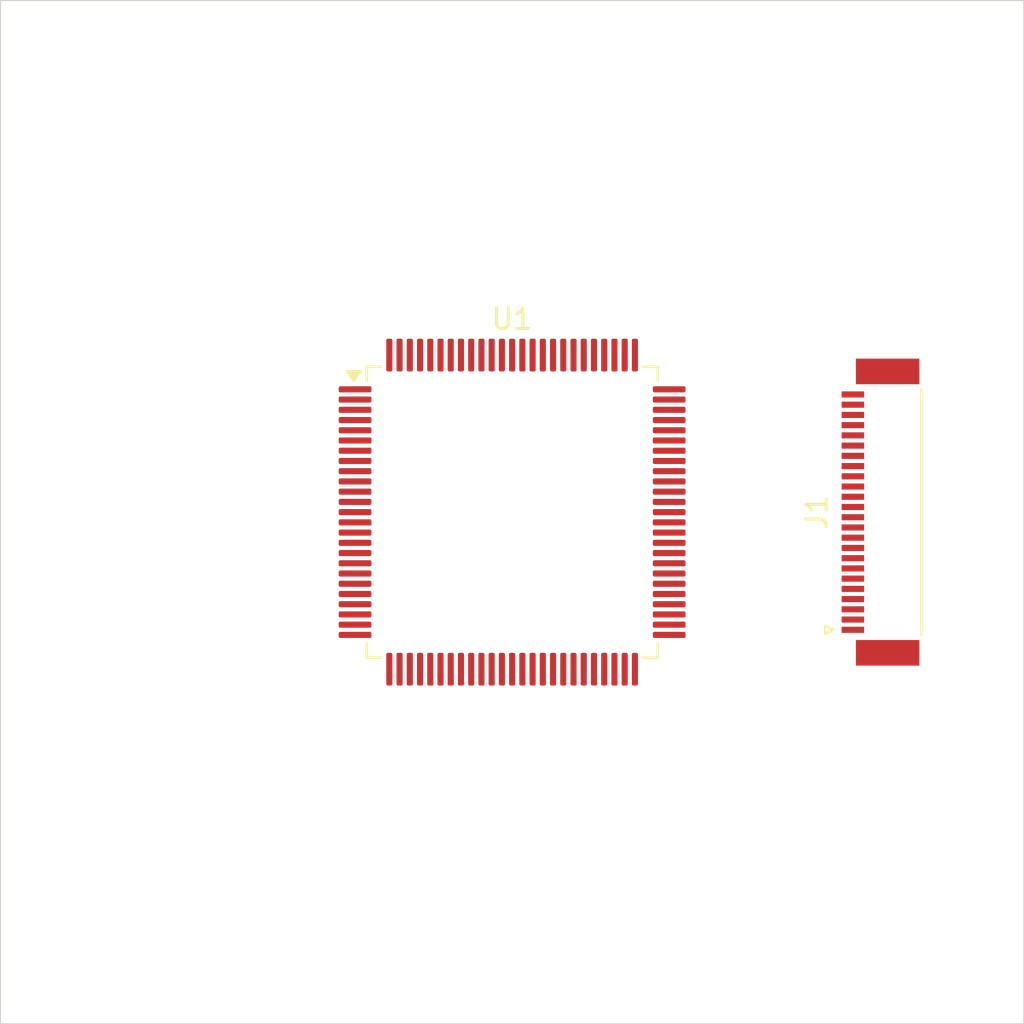
<source format=kicad_pcb>
(kicad_pcb (version 20241229) (generator "pcbnew") (generator_version "9.0")
  (layers (0 "F.Cu" signal) (4 "In1.Cu" power) (6 "In2.Cu" power) (2 "B.Cu" signal) (13 "F.Paste" user) (15 "B.Paste" user) (5 "F.SilkS" user "F.Silkscreen") (7 "B.SilkS" user "B.Silkscreen") (1 "F.Mask" user) (3 "B.Mask" user) (25 "Edge.Cuts" user))
  (net 0 "")
  (net 14 "+3.3V")
  (net 24 "GND")
  (net 91 "RESET")
  (net 92 "PCLK")
  (net 93 "HREF")
  (net 94 "VSYNC")
  (net 95 "GNDA")
  (net 96 "Y2")
  (net 97 "PWDN")
  (net 98 "SDA")
  (net 99 "Y8")
  (net 101 "SCL")
  (net 103 "MCLK")
  (net 104 "Y9")
  (net 106 "Y4")
  (net 107 "Y3")
  (net 108 "Y6")
  (net 109 "+1V5")
  (net 110 "Y5")
  (net 111 "VDDA")
  (net 112 "Y7")
  (footprint "pcb:Flat Flexible Cable 24-Pin 0.5mm Connector" (layer "F.Cu") (at 168 100 90)
    (property "Reference" "J1" (at 0 -3.11 90) (layer "F.SilkS"))
    (property "Value" "OV5640 Ribbon Connector" (hide yes))
    (fp_line (start -5.55 -2.7) (end -5.95 -2.7) (stroke (width 0.12)) (layer "F.SilkS"))
    (fp_line (start -5.95 -2.7) (end -5.75 -2.3) (stroke (width 0.12)) (layer "F.SilkS"))
    (fp_line (start -5.75 -2.3) (end -5.55 -2.7) (stroke (width 0.12)) (layer "F.SilkS"))
    (fp_line (start -6 2) (end 6 2) (stroke (width 0.12)) (layer "F.SilkS"))
    (pad "" smd rect (at -6.875 0.35 90) (size 1.25 3.1) (layers "F.Cu" "F.Mask" "F.Paste"))
    (pad "" smd rect (at 6.875 0.35 90) (size 1.25 3.1) (layers "F.Cu" "F.Mask" "F.Paste"))
    (pad "1" smd rect (at -5.75 -1.35 90) (size 0.3 1.1) (layers "F.Cu" "F.Mask" "F.Paste"))
    (pad "2" smd rect (at -5.25 -1.35 90) (size 0.3 1.1) (layers "F.Cu" "F.Mask" "F.Paste") (net 95 "GNDA"))
    (pad "3" smd rect (at -4.75 -1.35 90) (size 0.3 1.1) (layers "F.Cu" "F.Mask" "F.Paste") (net 98 "SDA"))
    (pad "4" smd rect (at -4.25 -1.35 90) (size 0.3 1.1) (layers "F.Cu" "F.Mask" "F.Paste") (net 111 "VDDA"))
    (pad "5" smd rect (at -3.75 -1.35 90) (size 0.3 1.1) (layers "F.Cu" "F.Mask" "F.Paste") (net 101 "SCL"))
    (pad "6" smd rect (at -3.25 -1.35 90) (size 0.3 1.1) (layers "F.Cu" "F.Mask" "F.Paste") (net 91 "RESET"))
    (pad "7" smd rect (at -2.75 -1.35 90) (size 0.3 1.1) (layers "F.Cu" "F.Mask" "F.Paste") (net 94 "VSYNC"))
    (pad "8" smd rect (at -2.25 -1.35 90) (size 0.3 1.1) (layers "F.Cu" "F.Mask" "F.Paste") (net 97 "PWDN"))
    (pad "9" smd rect (at -1.75 -1.35 90) (size 0.3 1.1) (layers "F.Cu" "F.Mask" "F.Paste") (net 93 "HREF"))
    (pad "10" smd rect (at -1.25 -1.35 90) (size 0.3 1.1) (layers "F.Cu" "F.Mask" "F.Paste") (net 109 "+1V5"))
    (pad "11" smd rect (at -0.75 -1.35 90) (size 0.3 1.1) (layers "F.Cu" "F.Mask" "F.Paste") (net 14 "+3.3V"))
    (pad "12" smd rect (at -0.25 -1.35 90) (size 0.3 1.1) (layers "F.Cu" "F.Mask" "F.Paste") (net 104 "Y9"))
    (pad "13" smd rect (at 0.25 -1.35 90) (size 0.3 1.1) (layers "F.Cu" "F.Mask" "F.Paste") (net 103 "MCLK"))
    (pad "14" smd rect (at 0.75 -1.35 90) (size 0.3 1.1) (layers "F.Cu" "F.Mask" "F.Paste") (net 99 "Y8"))
    (pad "15" smd rect (at 1.25 -1.35 90) (size 0.3 1.1) (layers "F.Cu" "F.Mask" "F.Paste") (net 24 "GND"))
    (pad "16" smd rect (at 1.75 -1.35 90) (size 0.3 1.1) (layers "F.Cu" "F.Mask" "F.Paste") (net 112 "Y7"))
    (pad "17" smd rect (at 2.25 -1.35 90) (size 0.3 1.1) (layers "F.Cu" "F.Mask" "F.Paste") (net 92 "PCLK"))
    (pad "18" smd rect (at 2.75 -1.35 90) (size 0.3 1.1) (layers "F.Cu" "F.Mask" "F.Paste") (net 108 "Y6"))
    (pad "19" smd rect (at 3.25 -1.35 90) (size 0.3 1.1) (layers "F.Cu" "F.Mask" "F.Paste") (net 96 "Y2"))
    (pad "20" smd rect (at 3.75 -1.35 90) (size 0.3 1.1) (layers "F.Cu" "F.Mask" "F.Paste") (net 110 "Y5"))
    (pad "21" smd rect (at 4.25 -1.35 90) (size 0.3 1.1) (layers "F.Cu" "F.Mask" "F.Paste") (net 107 "Y3"))
    (pad "22" smd rect (at 4.75 -1.35 90) (size 0.3 1.1) (layers "F.Cu" "F.Mask" "F.Paste") (net 106 "Y4"))
    (pad "23" smd rect (at 5.25 -1.35 90) (size 0.3 1.1) (layers "F.Cu" "F.Mask" "F.Paste"))
    (pad "24" smd rect (at 5.75 -1.35 90) (size 0.3 1.1) (layers "F.Cu" "F.Mask" "F.Paste"))
  )
  (footprint "Package_QFP:LQFP-100_14x14mm_P0.5mm" (layer "F.Cu") (at 150 100)
    (property "Reference" "U1" (at 0 -9.43 0) (layer "F.SilkS"))
    (property "Value" "STM32H533VET6")
    (fp_line (start -7.11 -7.11) (end -7.11 -6.41) (stroke (width 0.12)) (layer "F.SilkS"))
    (fp_line (start -7.11 7.11) (end -7.11 6.41) (stroke (width 0.12)) (layer "F.SilkS"))
    (fp_line (start -6.41 -7.11) (end -7.11 -7.11) (stroke (width 0.12)) (layer "F.SilkS"))
    (fp_line (start -6.41 7.11) (end -7.11 7.11) (stroke (width 0.12)) (layer "F.SilkS"))
    (fp_line (start 6.41 -7.11) (end 7.11 -7.11) (stroke (width 0.12)) (layer "F.SilkS"))
    (fp_line (start 6.41 7.11) (end 7.11 7.11) (stroke (width 0.12)) (layer "F.SilkS"))
    (fp_line (start 7.11 -7.11) (end 7.11 -6.41) (stroke (width 0.12)) (layer "F.SilkS"))
    (fp_line (start 7.11 7.11) (end 7.11 6.41) (stroke (width 0.12)) (layer "F.SilkS"))
    (fp_poly (pts (xy -7.7375 -6.41) (xy -8.0775 -6.88) (xy -7.3975 -6.88)) (stroke (width 0.12)) (fill yes) (layer "F.SilkS"))
    (pad "1" smd roundrect (at -7.675 -6) (size 1.6 0.3) (layers "F.Cu" "F.Mask" "F.Paste"))
    (pad "2" smd roundrect (at -7.675 -5.5) (size 1.6 0.3) (layers "F.Cu" "F.Mask" "F.Paste"))
    (pad "3" smd roundrect (at -7.675 -5) (size 1.6 0.3) (layers "F.Cu" "F.Mask" "F.Paste"))
    (pad "4" smd roundrect (at -7.675 -4.5) (size 1.6 0.3) (layers "F.Cu" "F.Mask" "F.Paste"))
    (pad "5" smd roundrect (at -7.675 -4) (size 1.6 0.3) (layers "F.Cu" "F.Mask" "F.Paste"))
    (pad "6" smd roundrect (at -7.675 -3.5) (size 1.6 0.3) (layers "F.Cu" "F.Mask" "F.Paste"))
    (pad "7" smd roundrect (at -7.675 -3) (size 1.6 0.3) (layers "F.Cu" "F.Mask" "F.Paste"))
    (pad "8" smd roundrect (at -7.675 -2.5) (size 1.6 0.3) (layers "F.Cu" "F.Mask" "F.Paste"))
    (pad "9" smd roundrect (at -7.675 -2) (size 1.6 0.3) (layers "F.Cu" "F.Mask" "F.Paste"))
    (pad "10" smd roundrect (at -7.675 -1.5) (size 1.6 0.3) (layers "F.Cu" "F.Mask" "F.Paste") (net 24 "GND"))
    (pad "11" smd roundrect (at -7.675 -1) (size 1.6 0.3) (layers "F.Cu" "F.Mask" "F.Paste") (net 14 "+3.3V"))
    (pad "12" smd roundrect (at -7.675 -0.5) (size 1.6 0.3) (layers "F.Cu" "F.Mask" "F.Paste"))
    (pad "13" smd roundrect (at -7.675 0) (size 1.6 0.3) (layers "F.Cu" "F.Mask" "F.Paste"))
    (pad "14" smd roundrect (at -7.675 0.5) (size 1.6 0.3) (layers "F.Cu" "F.Mask" "F.Paste"))
    (pad "15" smd roundrect (at -7.675 1) (size 1.6 0.3) (layers "F.Cu" "F.Mask" "F.Paste"))
    (pad "16" smd roundrect (at -7.675 1.5) (size 1.6 0.3) (layers "F.Cu" "F.Mask" "F.Paste"))
    (pad "17" smd roundrect (at -7.675 2) (size 1.6 0.3) (layers "F.Cu" "F.Mask" "F.Paste"))
    (pad "18" smd roundrect (at -7.675 2.5) (size 1.6 0.3) (layers "F.Cu" "F.Mask" "F.Paste"))
    (pad "19" smd roundrect (at -7.675 3) (size 1.6 0.3) (layers "F.Cu" "F.Mask" "F.Paste") (net 24 "GND"))
    (pad "20" smd roundrect (at -7.675 3.5) (size 1.6 0.3) (layers "F.Cu" "F.Mask" "F.Paste"))
    (pad "21" smd roundrect (at -7.675 4) (size 1.6 0.3) (layers "F.Cu" "F.Mask" "F.Paste"))
    (pad "22" smd roundrect (at -7.675 4.5) (size 1.6 0.3) (layers "F.Cu" "F.Mask" "F.Paste") (net 14 "+3.3V"))
    (pad "23" smd roundrect (at -7.675 5) (size 1.6 0.3) (layers "F.Cu" "F.Mask" "F.Paste"))
    (pad "24" smd roundrect (at -7.675 5.5) (size 1.6 0.3) (layers "F.Cu" "F.Mask" "F.Paste"))
    (pad "25" smd roundrect (at -7.675 6) (size 1.6 0.3) (layers "F.Cu" "F.Mask" "F.Paste"))
    (pad "26" smd roundrect (at -6 7.675) (size 0.3 1.6) (layers "F.Cu" "F.Mask" "F.Paste"))
    (pad "27" smd roundrect (at -5.5 7.675) (size 0.3 1.6) (layers "F.Cu" "F.Mask" "F.Paste") (net 24 "GND"))
    (pad "28" smd roundrect (at -5 7.675) (size 0.3 1.6) (layers "F.Cu" "F.Mask" "F.Paste") (net 14 "+3.3V"))
    (pad "29" smd roundrect (at -4.5 7.675) (size 0.3 1.6) (layers "F.Cu" "F.Mask" "F.Paste"))
    (pad "30" smd roundrect (at -4 7.675) (size 0.3 1.6) (layers "F.Cu" "F.Mask" "F.Paste"))
    (pad "31" smd roundrect (at -3.5 7.675) (size 0.3 1.6) (layers "F.Cu" "F.Mask" "F.Paste"))
    (pad "32" smd roundrect (at -3 7.675) (size 0.3 1.6) (layers "F.Cu" "F.Mask" "F.Paste"))
    (pad "33" smd roundrect (at -2.5 7.675) (size 0.3 1.6) (layers "F.Cu" "F.Mask" "F.Paste"))
    (pad "34" smd roundrect (at -2 7.675) (size 0.3 1.6) (layers "F.Cu" "F.Mask" "F.Paste"))
    (pad "35" smd roundrect (at -1.5 7.675) (size 0.3 1.6) (layers "F.Cu" "F.Mask" "F.Paste"))
    (pad "36" smd roundrect (at -1 7.675) (size 0.3 1.6) (layers "F.Cu" "F.Mask" "F.Paste"))
    (pad "37" smd roundrect (at -0.5 7.675) (size 0.3 1.6) (layers "F.Cu" "F.Mask" "F.Paste"))
    (pad "38" smd roundrect (at 0 7.675) (size 0.3 1.6) (layers "F.Cu" "F.Mask" "F.Paste"))
    (pad "39" smd roundrect (at 0.5 7.675) (size 0.3 1.6) (layers "F.Cu" "F.Mask" "F.Paste"))
    (pad "40" smd roundrect (at 1 7.675) (size 0.3 1.6) (layers "F.Cu" "F.Mask" "F.Paste"))
    (pad "41" smd roundrect (at 1.5 7.675) (size 0.3 1.6) (layers "F.Cu" "F.Mask" "F.Paste"))
    (pad "42" smd roundrect (at 2 7.675) (size 0.3 1.6) (layers "F.Cu" "F.Mask" "F.Paste"))
    (pad "43" smd roundrect (at 2.5 7.675) (size 0.3 1.6) (layers "F.Cu" "F.Mask" "F.Paste"))
    (pad "44" smd roundrect (at 3 7.675) (size 0.3 1.6) (layers "F.Cu" "F.Mask" "F.Paste"))
    (pad "45" smd roundrect (at 3.5 7.675) (size 0.3 1.6) (layers "F.Cu" "F.Mask" "F.Paste"))
    (pad "46" smd roundrect (at 4 7.675) (size 0.3 1.6) (layers "F.Cu" "F.Mask" "F.Paste"))
    (pad "47" smd roundrect (at 4.5 7.675) (size 0.3 1.6) (layers "F.Cu" "F.Mask" "F.Paste"))
    (pad "48" smd roundrect (at 5 7.675) (size 0.3 1.6) (layers "F.Cu" "F.Mask" "F.Paste"))
    (pad "49" smd roundrect (at 5.5 7.675) (size 0.3 1.6) (layers "F.Cu" "F.Mask" "F.Paste") (net 24 "GND"))
    (pad "50" smd roundrect (at 6 7.675) (size 0.3 1.6) (layers "F.Cu" "F.Mask" "F.Paste") (net 14 "+3.3V"))
    (pad "51" smd roundrect (at 7.675 6) (size 1.6 0.3) (layers "F.Cu" "F.Mask" "F.Paste"))
    (pad "52" smd roundrect (at 7.675 5.5) (size 1.6 0.3) (layers "F.Cu" "F.Mask" "F.Paste"))
    (pad "53" smd roundrect (at 7.675 5) (size 1.6 0.3) (layers "F.Cu" "F.Mask" "F.Paste"))
    (pad "54" smd roundrect (at 7.675 4.5) (size 1.6 0.3) (layers "F.Cu" "F.Mask" "F.Paste"))
    (pad "55" smd roundrect (at 7.675 4) (size 1.6 0.3) (layers "F.Cu" "F.Mask" "F.Paste"))
    (pad "56" smd roundrect (at 7.675 3.5) (size 1.6 0.3) (layers "F.Cu" "F.Mask" "F.Paste"))
    (pad "57" smd roundrect (at 7.675 3) (size 1.6 0.3) (layers "F.Cu" "F.Mask" "F.Paste"))
    (pad "58" smd roundrect (at 7.675 2.5) (size 1.6 0.3) (layers "F.Cu" "F.Mask" "F.Paste"))
    (pad "59" smd roundrect (at 7.675 2) (size 1.6 0.3) (layers "F.Cu" "F.Mask" "F.Paste"))
    (pad "60" smd roundrect (at 7.675 1.5) (size 1.6 0.3) (layers "F.Cu" "F.Mask" "F.Paste"))
    (pad "61" smd roundrect (at 7.675 1) (size 1.6 0.3) (layers "F.Cu" "F.Mask" "F.Paste"))
    (pad "62" smd roundrect (at 7.675 0.5) (size 1.6 0.3) (layers "F.Cu" "F.Mask" "F.Paste"))
    (pad "63" smd roundrect (at 7.675 0) (size 1.6 0.3) (layers "F.Cu" "F.Mask" "F.Paste"))
    (pad "64" smd roundrect (at 7.675 -0.5) (size 1.6 0.3) (layers "F.Cu" "F.Mask" "F.Paste"))
    (pad "65" smd roundrect (at 7.675 -1) (size 1.6 0.3) (layers "F.Cu" "F.Mask" "F.Paste"))
    (pad "66" smd roundrect (at 7.675 -1.5) (size 1.6 0.3) (layers "F.Cu" "F.Mask" "F.Paste"))
    (pad "67" smd roundrect (at 7.675 -2) (size 1.6 0.3) (layers "F.Cu" "F.Mask" "F.Paste"))
    (pad "68" smd roundrect (at 7.675 -2.5) (size 1.6 0.3) (layers "F.Cu" "F.Mask" "F.Paste"))
    (pad "69" smd roundrect (at 7.675 -3) (size 1.6 0.3) (layers "F.Cu" "F.Mask" "F.Paste"))
    (pad "70" smd roundrect (at 7.675 -3.5) (size 1.6 0.3) (layers "F.Cu" "F.Mask" "F.Paste"))
    (pad "71" smd roundrect (at 7.675 -4) (size 1.6 0.3) (layers "F.Cu" "F.Mask" "F.Paste"))
    (pad "72" smd roundrect (at 7.675 -4.5) (size 1.6 0.3) (layers "F.Cu" "F.Mask" "F.Paste"))
    (pad "73" smd roundrect (at 7.675 -5) (size 1.6 0.3) (layers "F.Cu" "F.Mask" "F.Paste"))
    (pad "74" smd roundrect (at 7.675 -5.5) (size 1.6 0.3) (layers "F.Cu" "F.Mask" "F.Paste") (net 24 "GND"))
    (pad "75" smd roundrect (at 7.675 -6) (size 1.6 0.3) (layers "F.Cu" "F.Mask" "F.Paste") (net 14 "+3.3V"))
    (pad "76" smd roundrect (at 6 -7.675) (size 0.3 1.6) (layers "F.Cu" "F.Mask" "F.Paste"))
    (pad "77" smd roundrect (at 5.5 -7.675) (size 0.3 1.6) (layers "F.Cu" "F.Mask" "F.Paste"))
    (pad "78" smd roundrect (at 5 -7.675) (size 0.3 1.6) (layers "F.Cu" "F.Mask" "F.Paste"))
    (pad "79" smd roundrect (at 4.5 -7.675) (size 0.3 1.6) (layers "F.Cu" "F.Mask" "F.Paste"))
    (pad "80" smd roundrect (at 4 -7.675) (size 0.3 1.6) (layers "F.Cu" "F.Mask" "F.Paste"))
    (pad "81" smd roundrect (at 3.5 -7.675) (size 0.3 1.6) (layers "F.Cu" "F.Mask" "F.Paste"))
    (pad "82" smd roundrect (at 3 -7.675) (size 0.3 1.6) (layers "F.Cu" "F.Mask" "F.Paste"))
    (pad "83" smd roundrect (at 2.5 -7.675) (size 0.3 1.6) (layers "F.Cu" "F.Mask" "F.Paste"))
    (pad "84" smd roundrect (at 2 -7.675) (size 0.3 1.6) (layers "F.Cu" "F.Mask" "F.Paste"))
    (pad "85" smd roundrect (at 1.5 -7.675) (size 0.3 1.6) (layers "F.Cu" "F.Mask" "F.Paste"))
    (pad "86" smd roundrect (at 1 -7.675) (size 0.3 1.6) (layers "F.Cu" "F.Mask" "F.Paste"))
    (pad "87" smd roundrect (at 0.5 -7.675) (size 0.3 1.6) (layers "F.Cu" "F.Mask" "F.Paste"))
    (pad "88" smd roundrect (at 0 -7.675) (size 0.3 1.6) (layers "F.Cu" "F.Mask" "F.Paste"))
    (pad "89" smd roundrect (at -0.5 -7.675) (size 0.3 1.6) (layers "F.Cu" "F.Mask" "F.Paste"))
    (pad "90" smd roundrect (at -1 -7.675) (size 0.3 1.6) (layers "F.Cu" "F.Mask" "F.Paste"))
    (pad "91" smd roundrect (at -1.5 -7.675) (size 0.3 1.6) (layers "F.Cu" "F.Mask" "F.Paste"))
    (pad "92" smd roundrect (at -2 -7.675) (size 0.3 1.6) (layers "F.Cu" "F.Mask" "F.Paste"))
    (pad "93" smd roundrect (at -2.5 -7.675) (size 0.3 1.6) (layers "F.Cu" "F.Mask" "F.Paste"))
    (pad "94" smd roundrect (at -3 -7.675) (size 0.3 1.6) (layers "F.Cu" "F.Mask" "F.Paste"))
    (pad "95" smd roundrect (at -3.5 -7.675) (size 0.3 1.6) (layers "F.Cu" "F.Mask" "F.Paste"))
    (pad "96" smd roundrect (at -4 -7.675) (size 0.3 1.6) (layers "F.Cu" "F.Mask" "F.Paste"))
    (pad "97" smd roundrect (at -4.5 -7.675) (size 0.3 1.6) (layers "F.Cu" "F.Mask" "F.Paste"))
    (pad "98" smd roundrect (at -5 -7.675) (size 0.3 1.6) (layers "F.Cu" "F.Mask" "F.Paste"))
    (pad "99" smd roundrect (at -5.5 -7.675) (size 0.3 1.6) (layers "F.Cu" "F.Mask" "F.Paste") (net 24 "GND"))
    (pad "100" smd roundrect (at -6 -7.675) (size 0.3 1.6) (layers "F.Cu" "F.Mask" "F.Paste") (net 14 "+3.3V"))
  )
  (footprint "pcb:MainCameraSystemHousing" (layer "F.Cu") (at 150 100)
    (property "Reference" "N1" (hide yes))
    (property "Value" "Housing" (hide yes))
  )
  (gr_rect (start 125 75) (end 175 125) (stroke (width 0.05)) (fill no) (layer "Edge.Cuts"))
)
</source>
